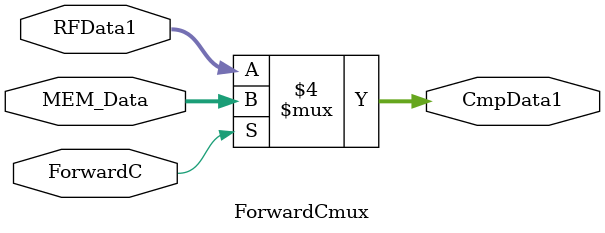
<source format=v>
`timescale 1ns / 1ps


module ForwardCmux(
    input [31:0]MEM_Data,
    input [31:0]RFData1,
    input ForwardC,
    output reg [31:0]CmpData1
);
    always@(*) begin
        if(ForwardC == 1)
            CmpData1 = MEM_Data;
        else
            CmpData1 = RFData1;
    end
endmodule

</source>
